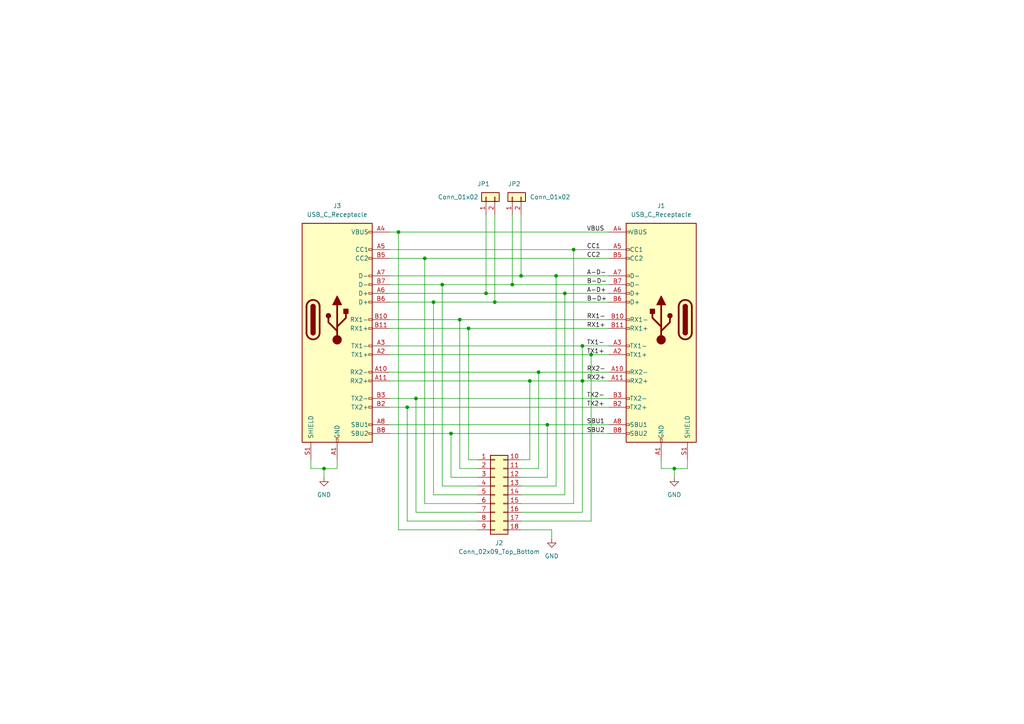
<source format=kicad_sch>
(kicad_sch (version 20230121) (generator eeschema)
  (paper "A4")
  (title_block (title "USB-C 3.2 Probe") (date "2024-02-12") (rev "1"))
  (lib_symbols
    (symbol "Connector:USB_C_Receptacle" (pin_names (offset 1.016))
      (property "Reference" "J" (at -10.16 29.21 0))
      (property "Value" "USB_C_Receptacle" (at 10.16 29.21 0))
      (symbol "USB_C_Receptacle_0_0"
        (rectangle (start -0.254 -35.56) (end 0.254 -34.544))
        (rectangle (start 10.16 -32.766) (end 9.144 -33.274))
        (rectangle (start 10.16 -30.226) (end 9.144 -30.734))
        (rectangle (start 10.16 -25.146) (end 9.144 -25.654))
        (rectangle (start 10.16 -22.606) (end 9.144 -23.114))
        (rectangle (start 10.16 -17.526) (end 9.144 -18.034))
        (rectangle (start 10.16 -14.986) (end 9.144 -15.494))
        (rectangle (start 10.16 -9.906) (end 9.144 -10.414))
        (rectangle (start 10.16 -7.366) (end 9.144 -7.874))
        (rectangle (start 10.16 -2.286) (end 9.144 -2.794))
        (rectangle (start 10.16 0.254) (end 9.144 -0.254))
        (rectangle (start 10.16 5.334) (end 9.144 4.826))
        (rectangle (start 10.16 7.874) (end 9.144 7.366))
        (rectangle (start 10.16 10.414) (end 9.144 9.906))
        (rectangle (start 10.16 12.954) (end 9.144 12.446))
        (rectangle (start 10.16 18.034) (end 9.144 17.526))
        (rectangle (start 10.16 20.574) (end 9.144 20.066))
        (rectangle (start 10.16 25.654) (end 9.144 25.146))
      )
      (symbol "USB_C_Receptacle_0_1"
        (rectangle (start -10.16 27.94) (end 10.16 -35.56) (stroke (width 0.254)) (fill (type background)))
        (arc (start -8.89 -3.81) (mid -6.985 -5.7067) (end -5.08 -3.81) (stroke (width 0.508)))
        (arc (start -7.62 -3.81) (mid -6.985 -4.4423) (end -6.35 -3.81) (stroke (width 0.254)))
        (arc (start -7.62 -3.81) (mid -6.985 -4.4423) (end -6.35 -3.81) (stroke (width 0.254)) (fill (type outline)))
        (rectangle (start -7.62 -3.81) (end -6.35 3.81) (stroke (width 0.254)) (fill (type outline)))
        (arc (start -6.35 3.81) (mid -6.985 4.4423) (end -7.62 3.81) (stroke (width 0.254)))
        (arc (start -6.35 3.81) (mid -6.985 4.4423) (end -7.62 3.81) (stroke (width 0.254)) (fill (type outline)))
        (arc (start -5.08 3.81) (mid -6.985 5.7067) (end -8.89 3.81) (stroke (width 0.508)))
        (polyline (pts (xy -8.89 -3.81) (xy -8.89 3.81)) (stroke (width 0.508)))
        (polyline (pts (xy -5.08 3.81) (xy -5.08 -3.81)) (stroke (width 0.508)))
      )
      (symbol "USB_C_Receptacle_1_1"
        (circle (center -2.54 1.143) (radius 0.635) (stroke (width 0.254)) (fill (type outline)))
        (circle (center 0 -5.842) (radius 1.27) (fill (type outline)))
        (polyline (pts (xy 0 -5.842) (xy 0 4.318)) (stroke (width 0.508)))
        (polyline (pts (xy 0 -3.302) (xy -2.54 -0.762) (xy -2.54 0.508)) (stroke (width 0.508)))
        (polyline (pts (xy 0 -2.032) (xy 2.54 0.508) (xy 2.54 1.778)) (stroke (width 0.508)))
        (polyline (pts (xy -1.27 4.318) (xy 0 6.858) (xy 1.27 4.318) (xy -1.27 4.318)) (stroke (width 0.254)) (fill (type outline)))
        (rectangle (start 1.905 1.778) (end 3.175 3.048) (stroke (width 0.254)) (fill (type outline)))
        (pin passive line (at 0 -40.64 90) (length 5.08) (name "GND") (number "A1"))
        (pin bidirectional line (at 15.24 -15.24 180) (length 5.08) (name "RX2-") (number "A10"))
        (pin bidirectional line (at 15.24 -17.78 180) (length 5.08) (name "RX2+") (number "A11"))
        (pin passive line (at 0 -40.64 90) (length 5.08) hide (name "GND") (number "A12"))
        (pin bidirectional line (at 15.24 -10.16 180) (length 5.08) (name "TX1+") (number "A2"))
        (pin bidirectional line (at 15.24 -7.62 180) (length 5.08) (name "TX1-") (number "A3"))
        (pin passive line (at 15.24 25.4 180) (length 5.08) (name "VBUS") (number "A4"))
        (pin bidirectional line (at 15.24 20.32 180) (length 5.08) (name "CC1") (number "A5"))
        (pin bidirectional line (at 15.24 7.62 180) (length 5.08) (name "D+") (number "A6"))
        (pin bidirectional line (at 15.24 12.7 180) (length 5.08) (name "D-") (number "A7"))
        (pin bidirectional line (at 15.24 -30.48 180) (length 5.08) (name "SBU1") (number "A8"))
        (pin passive line (at 15.24 25.4 180) (length 5.08) hide (name "VBUS") (number "A9"))
        (pin passive line (at 0 -40.64 90) (length 5.08) hide (name "GND") (number "B1"))
        (pin bidirectional line (at 15.24 0 180) (length 5.08) (name "RX1-") (number "B10"))
        (pin bidirectional line (at 15.24 -2.54 180) (length 5.08) (name "RX1+") (number "B11"))
        (pin passive line (at 0 -40.64 90) (length 5.08) hide (name "GND") (number "B12"))
        (pin bidirectional line (at 15.24 -25.4 180) (length 5.08) (name "TX2+") (number "B2"))
        (pin bidirectional line (at 15.24 -22.86 180) (length 5.08) (name "TX2-") (number "B3"))
        (pin passive line (at 15.24 25.4 180) (length 5.08) hide (name "VBUS") (number "B4"))
        (pin bidirectional line (at 15.24 17.78 180) (length 5.08) (name "CC2") (number "B5"))
        (pin bidirectional line (at 15.24 5.08 180) (length 5.08) (name "D+") (number "B6"))
        (pin bidirectional line (at 15.24 10.16 180) (length 5.08) (name "D-") (number "B7"))
        (pin bidirectional line (at 15.24 -33.02 180) (length 5.08) (name "SBU2") (number "B8"))
        (pin passive line (at 15.24 25.4 180) (length 5.08) hide (name "VBUS") (number "B9"))
        (pin passive line (at -7.62 -40.64 90) (length 5.08) (name "SHIELD") (number "S1"))
      )
    )
    (symbol "Connector_Generic:Conn_01x02" (pin_names (offset 1.016) hide)
      (property "Reference" "J" (at 0 2.54 0))
      (property "Value" "Conn_01x02" (at 0 -5.08 0))
      (symbol "Conn_01x02_1_1"
        (rectangle (start -1.27 -2.413) (end 0 -2.667) (stroke (width 0.1524)))
        (rectangle (start -1.27 0.127) (end 0 -0.127) (stroke (width 0.1524)))
        (rectangle (start -1.27 1.27) (end 1.27 -3.81) (stroke (width 0.254)) (fill (type background)))
        (pin passive line (at -5.08 0 0) (length 3.81) (name "Pin_1") (number "1"))
        (pin passive line (at -5.08 -2.54 0) (length 3.81) (name "Pin_2") (number "2"))
      )
    )
    (symbol "Connector_Generic:Conn_02x09_Top_Bottom" (pin_names (offset 1.016) hide)
      (property "Reference" "J" (at 1.27 12.7 0))
      (property "Value" "Conn_02x09_Top_Bottom" (at 1.27 -12.7 0))
      (symbol "Conn_02x09_Top_Bottom_1_1"
        (rectangle (start -1.27 -10.033) (end 0 -10.287) (stroke (width 0.1524)))
        (rectangle (start -1.27 -7.493) (end 0 -7.747) (stroke (width 0.1524)))
        (rectangle (start -1.27 -4.953) (end 0 -5.207) (stroke (width 0.1524)))
        (rectangle (start -1.27 -2.413) (end 0 -2.667) (stroke (width 0.1524)))
        (rectangle (start -1.27 0.127) (end 0 -0.127) (stroke (width 0.1524)))
        (rectangle (start -1.27 2.667) (end 0 2.413) (stroke (width 0.1524)))
        (rectangle (start -1.27 5.207) (end 0 4.953) (stroke (width 0.1524)))
        (rectangle (start -1.27 7.747) (end 0 7.493) (stroke (width 0.1524)))
        (rectangle (start -1.27 10.287) (end 0 10.033) (stroke (width 0.1524)))
        (rectangle (start -1.27 11.43) (end 3.81 -11.43) (stroke (width 0.254)) (fill (type background)))
        (rectangle (start 3.81 -10.033) (end 2.54 -10.287) (stroke (width 0.1524)))
        (rectangle (start 3.81 -7.493) (end 2.54 -7.747) (stroke (width 0.1524)))
        (rectangle (start 3.81 -4.953) (end 2.54 -5.207) (stroke (width 0.1524)))
        (rectangle (start 3.81 -2.413) (end 2.54 -2.667) (stroke (width 0.1524)))
        (rectangle (start 3.81 0.127) (end 2.54 -0.127) (stroke (width 0.1524)))
        (rectangle (start 3.81 2.667) (end 2.54 2.413) (stroke (width 0.1524)))
        (rectangle (start 3.81 5.207) (end 2.54 4.953) (stroke (width 0.1524)))
        (rectangle (start 3.81 7.747) (end 2.54 7.493) (stroke (width 0.1524)))
        (rectangle (start 3.81 10.287) (end 2.54 10.033) (stroke (width 0.1524)))
        (pin passive line (at -5.08 10.16 0) (length 3.81) (name "Pin_1") (number "1"))
        (pin passive line (at 7.62 10.16 180) (length 3.81) (name "Pin_10") (number "10"))
        (pin passive line (at 7.62 7.62 180) (length 3.81) (name "Pin_11") (number "11"))
        (pin passive line (at 7.62 5.08 180) (length 3.81) (name "Pin_12") (number "12"))
        (pin passive line (at 7.62 2.54 180) (length 3.81) (name "Pin_13") (number "13"))
        (pin passive line (at 7.62 0 180) (length 3.81) (name "Pin_14") (number "14"))
        (pin passive line (at 7.62 -2.54 180) (length 3.81) (name "Pin_15") (number "15"))
        (pin passive line (at 7.62 -5.08 180) (length 3.81) (name "Pin_16") (number "16"))
        (pin passive line (at 7.62 -7.62 180) (length 3.81) (name "Pin_17") (number "17"))
        (pin passive line (at 7.62 -10.16 180) (length 3.81) (name "Pin_18") (number "18"))
        (pin passive line (at -5.08 7.62 0) (length 3.81) (name "Pin_2") (number "2"))
        (pin passive line (at -5.08 5.08 0) (length 3.81) (name "Pin_3") (number "3"))
        (pin passive line (at -5.08 2.54 0) (length 3.81) (name "Pin_4") (number "4"))
        (pin passive line (at -5.08 0 0) (length 3.81) (name "Pin_5") (number "5"))
        (pin passive line (at -5.08 -2.54 0) (length 3.81) (name "Pin_6") (number "6"))
        (pin passive line (at -5.08 -5.08 0) (length 3.81) (name "Pin_7") (number "7"))
        (pin passive line (at -5.08 -7.62 0) (length 3.81) (name "Pin_8") (number "8"))
        (pin passive line (at -5.08 -10.16 0) (length 3.81) (name "Pin_9") (number "9"))
      )
    )
    (symbol "power:GND" (power) (pin_names (offset 0))
      (property "Value" "GND" (at 0 -3.81 0))
      (symbol "GND_0_1"
        (polyline (pts (xy 0 0) (xy 0 -1.27) (xy 1.27 -1.27) (xy 0 -2.54) (xy -1.27 -1.27) (xy 0 -1.27)))
      )
      (symbol "GND_1_1"
        (pin power_in line (at 0 0 270) (length 0) hide (name "GND") (number "1"))
      )
    )
  )
  (junction (at 125.73 87.63))
  (junction (at 171.45 102.87))
  (junction (at 148.59 82.55))
  (junction (at 115.57 67.31))
  (junction (at 130.81 125.73))
  (junction (at 140.97 85.09))
  (junction (at 128.27 82.55))
  (junction (at 163.83 85.09))
  (junction (at 93.98 135.89))
  (junction (at 161.29 80.01))
  (junction (at 168.91 100.33))
  (junction (at 133.35 92.71))
  (junction (at 156.21 107.95))
  (junction (at 135.89 95.25))
  (junction (at 153.67 110.49))
  (junction (at 151.13 80.01))
  (junction (at 158.75 123.19))
  (junction (at 120.65 115.57))
  (junction (at 118.11 118.11))
  (junction (at 143.51 87.63))
  (junction (at 195.58 135.89))
  (junction (at 123.19 74.93))
  (junction (at 168.91 110.49))
  (junction (at 166.37 72.39))
  (wire (pts (xy 118.11 151.13) (xy 138.43 151.13)))
  (wire (pts (xy 113.03 115.57) (xy 120.65 115.57)))
  (wire (pts (xy 115.57 67.31) (xy 176.53 67.31)))
  (wire (pts (xy 151.13 80.01) (xy 161.29 80.01)))
  (wire (pts (xy 161.29 80.01) (xy 176.53 80.01)))
  (wire (pts (xy 160.02 153.67) (xy 160.02 156.21)))
  (wire (pts (xy 120.65 148.59) (xy 120.65 115.57)))
  (wire (pts (xy 113.03 82.55) (xy 128.27 82.55)))
  (wire (pts (xy 161.29 80.01) (xy 161.29 140.97)))
  (wire (pts (xy 163.83 85.09) (xy 176.53 85.09)))
  (wire (pts (xy 113.03 107.95) (xy 156.21 107.95)))
  (wire (pts (xy 113.03 74.93) (xy 123.19 74.93)))
  (wire (pts (xy 113.03 102.87) (xy 171.45 102.87)))
  (wire (pts (xy 113.03 118.11) (xy 118.11 118.11)))
  (wire (pts (xy 199.39 133.35) (xy 199.39 135.89)))
  (wire (pts (xy 143.51 62.23) (xy 143.51 87.63)))
  (wire (pts (xy 168.91 100.33) (xy 176.53 100.33)))
  (wire (pts (xy 128.27 140.97) (xy 138.43 140.97)))
  (wire (pts (xy 97.79 135.89) (xy 93.98 135.89)))
  (wire (pts (xy 125.73 143.51) (xy 125.73 87.63)))
  (wire (pts (xy 151.13 148.59) (xy 168.91 148.59)))
  (wire (pts (xy 113.03 87.63) (xy 125.73 87.63)))
  (wire (pts (xy 151.13 140.97) (xy 161.29 140.97)))
  (wire (pts (xy 148.59 62.23) (xy 148.59 82.55)))
  (wire (pts (xy 168.91 110.49) (xy 176.53 110.49)))
  (wire (pts (xy 120.65 148.59) (xy 138.43 148.59)))
  (wire (pts (xy 113.03 125.73) (xy 130.81 125.73)))
  (wire (pts (xy 151.13 146.05) (xy 166.37 146.05)))
  (wire (pts (xy 153.67 133.35) (xy 153.67 110.49)))
  (wire (pts (xy 166.37 72.39) (xy 176.53 72.39)))
  (wire (pts (xy 138.43 153.67) (xy 115.57 153.67)))
  (wire (pts (xy 133.35 92.71) (xy 176.53 92.71)))
  (wire (pts (xy 113.03 110.49) (xy 153.67 110.49)))
  (wire (pts (xy 199.39 135.89) (xy 195.58 135.89)))
  (wire (pts (xy 168.91 100.33) (xy 168.91 110.49)))
  (wire (pts (xy 151.13 135.89) (xy 156.21 135.89)))
  (wire (pts (xy 135.89 133.35) (xy 138.43 133.35)))
  (wire (pts (xy 123.19 146.05) (xy 123.19 74.93)))
  (wire (pts (xy 113.03 85.09) (xy 140.97 85.09)))
  (wire (pts (xy 115.57 153.67) (xy 115.57 67.31)))
  (wire (pts (xy 113.03 95.25) (xy 135.89 95.25)))
  (wire (pts (xy 133.35 135.89) (xy 133.35 92.71)))
  (wire (pts (xy 151.13 151.13) (xy 171.45 151.13)))
  (wire (pts (xy 156.21 107.95) (xy 156.21 135.89)))
  (wire (pts (xy 143.51 87.63) (xy 176.53 87.63)))
  (wire (pts (xy 90.17 135.89) (xy 93.98 135.89)))
  (wire (pts (xy 168.91 110.49) (xy 168.91 148.59)))
  (wire (pts (xy 171.45 102.87) (xy 171.45 151.13)))
  (wire (pts (xy 151.13 133.35) (xy 153.67 133.35)))
  (wire (pts (xy 158.75 123.19) (xy 176.53 123.19)))
  (wire (pts (xy 90.17 133.35) (xy 90.17 135.89)))
  (wire (pts (xy 113.03 92.71) (xy 133.35 92.71)))
  (wire (pts (xy 135.89 95.25) (xy 176.53 95.25)))
  (wire (pts (xy 130.81 125.73) (xy 176.53 125.73)))
  (wire (pts (xy 113.03 80.01) (xy 151.13 80.01)))
  (wire (pts (xy 140.97 62.23) (xy 140.97 85.09)))
  (wire (pts (xy 93.98 135.89) (xy 93.98 138.43)))
  (wire (pts (xy 171.45 102.87) (xy 176.53 102.87)))
  (wire (pts (xy 130.81 138.43) (xy 138.43 138.43)))
  (wire (pts (xy 118.11 118.11) (xy 176.53 118.11)))
  (wire (pts (xy 151.13 153.67) (xy 160.02 153.67)))
  (wire (pts (xy 163.83 85.09) (xy 163.83 143.51)))
  (wire (pts (xy 151.13 138.43) (xy 158.75 138.43)))
  (wire (pts (xy 195.58 135.89) (xy 195.58 138.43)))
  (wire (pts (xy 113.03 72.39) (xy 166.37 72.39)))
  (wire (pts (xy 128.27 82.55) (xy 148.59 82.55)))
  (wire (pts (xy 113.03 123.19) (xy 158.75 123.19)))
  (wire (pts (xy 125.73 143.51) (xy 138.43 143.51)))
  (wire (pts (xy 113.03 67.31) (xy 115.57 67.31)))
  (wire (pts (xy 123.19 146.05) (xy 138.43 146.05)))
  (wire (pts (xy 97.79 133.35) (xy 97.79 135.89)))
  (wire (pts (xy 156.21 107.95) (xy 176.53 107.95)))
  (wire (pts (xy 148.59 82.55) (xy 176.53 82.55)))
  (wire (pts (xy 133.35 135.89) (xy 138.43 135.89)))
  (wire (pts (xy 135.89 133.35) (xy 135.89 95.25)))
  (wire (pts (xy 125.73 87.63) (xy 143.51 87.63)))
  (wire (pts (xy 151.13 62.23) (xy 151.13 80.01)))
  (wire (pts (xy 123.19 74.93) (xy 176.53 74.93)))
  (wire (pts (xy 166.37 72.39) (xy 166.37 146.05)))
  (wire (pts (xy 113.03 100.33) (xy 168.91 100.33)))
  (wire (pts (xy 118.11 151.13) (xy 118.11 118.11)))
  (wire (pts (xy 151.13 143.51) (xy 163.83 143.51)))
  (wire (pts (xy 130.81 138.43) (xy 130.81 125.73)))
  (wire (pts (xy 191.77 133.35) (xy 191.77 135.89)))
  (wire (pts (xy 158.75 123.19) (xy 158.75 138.43)))
  (wire (pts (xy 128.27 140.97) (xy 128.27 82.55)))
  (wire (pts (xy 191.77 135.89) (xy 195.58 135.89)))
  (wire (pts (xy 153.67 110.49) (xy 168.91 110.49)))
  (wire (pts (xy 120.65 115.57) (xy 176.53 115.57)))
  (wire (pts (xy 140.97 85.09) (xy 163.83 85.09)))
  (label "TX1+" (at 170.18 102.87 0))
  (label "TX2-" (at 170.18 115.57 0))
  (label "RX1+" (at 170.18 95.25 0))
  (label "TX1-" (at 170.18 100.33 0))
  (label "RX1-" (at 170.18 92.71 0))
  (label "VBUS" (at 170.18 67.31 0))
  (label "SBU1" (at 170.18 123.19 0))
  (label "CC1" (at 170.18 72.39 0))
  (label "B-D+" (at 170.18 87.63 0))
  (label "TX2+" (at 170.18 118.11 0))
  (label "CC2" (at 170.18 74.93 0))
  (label "RX2-" (at 170.18 107.95 0))
  (label "RX2+" (at 170.18 110.49 0))
  (label "A-D-" (at 170.18 80.01 0))
  (label "B-D-" (at 170.18 82.55 0))
  (label "SBU2" (at 170.18 125.73 0))
  (label "A-D+" (at 170.18 85.09 0))
  (symbol (lib_id "power:GND") (at 160.02 156.21 0) (unit 1)
    (property "Reference" "#PWR03" (effects hide))
    (property "Value" "GND" (at 160.02 161.29 0))
  )
  (symbol (lib_id "Connector_Generic:Conn_02x09_Top_Bottom") (at 143.51 143.51 0) (unit 1)
    (property "Reference" "J2" (at 144.78 157.48 0))
    (property "Value" "Conn_02x09_Top_Bottom" (at 144.78 160.02 0))
    (property "Footprint" "Connector_PinHeader_2.54mm:PinHeader_2x09_P2.54mm_Vertical" (effects hide))
  )
  (symbol (lib_id "Connector:USB_C_Receptacle") (at 97.79 92.71 0) (unit 1)
    (property "Reference" "J3" (at 97.79 59.69 0))
    (property "Value" "USB_C_Receptacle" (at 97.79 62.23 0))
    (property "Footprint" "Connector_USB:USB_C_Receptacle_Amphenol_12401610E4-2A" (effects hide))
    (property "Datasheet" "https://www.usb.org/sites/default/files/documents/usb_type-c.zip" (effects hide))
  )
  (symbol (lib_id "Connector:USB_C_Receptacle") (at 191.77 92.71 0) (mirror y) (unit 1)
    (property "Reference" "J1" (at 191.77 59.69 0))
    (property "Value" "USB_C_Receptacle" (at 191.77 62.23 0))
    (property "Footprint" "Connector_USB:USB_C_Receptacle_Amphenol_12401610E4-2A" (effects hide))
    (property "Datasheet" "https://www.usb.org/sites/default/files/documents/usb_type-c.zip" (effects hide))
  )
  (symbol (lib_id "Connector_Generic:Conn_01x02") (at 148.59 57.15 90) (unit 1)
    (property "Reference" "JP2" (at 147.32 53.34 90) (effects (justify right)))
    (property "Value" "Conn_01x02" (at 153.67 57.15 90) (effects (justify right)))
    (property "Footprint" "Connector_PinHeader_2.54mm:PinHeader_1x02_P2.54mm_Vertical" (effects hide))
  )
  (symbol (lib_id "power:GND") (at 93.98 138.43 0) (unit 1)
    (property "Reference" "#PWR02" (effects hide))
    (property "Value" "GND" (at 93.98 143.51 0))
  )
  (symbol (lib_id "power:GND") (at 195.58 138.43 0) (unit 1)
    (property "Reference" "#PWR01" (effects hide))
    (property "Value" "GND" (at 195.58 143.51 0))
  )
  (symbol (lib_id "Connector_Generic:Conn_01x02") (at 140.97 57.15 90) (unit 1)
    (property "Reference" "JP1" (at 138.43 53.34 90) (effects (justify right)))
    (property "Value" "Conn_01x02" (at 127 57.15 90) (effects (justify right)))
    (property "Footprint" "Connector_PinHeader_2.54mm:PinHeader_1x02_P2.54mm_Vertical" (effects hide))
  )
)
</source>
